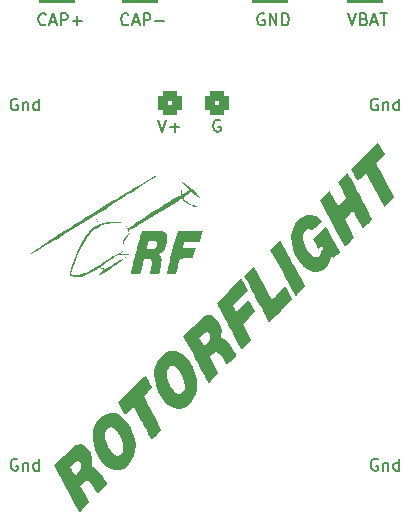
<source format=gbr>
%TF.GenerationSoftware,KiCad,Pcbnew,7.0.6*%
%TF.CreationDate,2023-08-26T05:38:59+03:00*%
%TF.ProjectId,Matek H743-WING PCB,4d617465-6b20-4483-9734-332d57494e47,rev?*%
%TF.SameCoordinates,Original*%
%TF.FileFunction,Legend,Top*%
%TF.FilePolarity,Positive*%
%FSLAX46Y46*%
G04 Gerber Fmt 4.6, Leading zero omitted, Abs format (unit mm)*
G04 Created by KiCad (PCBNEW 7.0.6) date 2023-08-26 05:38:59*
%MOMM*%
%LPD*%
G01*
G04 APERTURE LIST*
G04 Aperture macros list*
%AMRoundRect*
0 Rectangle with rounded corners*
0 $1 Rounding radius*
0 $2 $3 $4 $5 $6 $7 $8 $9 X,Y pos of 4 corners*
0 Add a 4 corners polygon primitive as box body*
4,1,4,$2,$3,$4,$5,$6,$7,$8,$9,$2,$3,0*
0 Add four circle primitives for the rounded corners*
1,1,$1+$1,$2,$3*
1,1,$1+$1,$4,$5*
1,1,$1+$1,$6,$7*
1,1,$1+$1,$8,$9*
0 Add four rect primitives between the rounded corners*
20,1,$1+$1,$2,$3,$4,$5,0*
20,1,$1+$1,$4,$5,$6,$7,0*
20,1,$1+$1,$6,$7,$8,$9,0*
20,1,$1+$1,$8,$9,$2,$3,0*%
G04 Aperture macros list end*
%ADD10C,0.150000*%
%ADD11RoundRect,0.400000X-0.600000X-0.600000X0.600000X-0.600000X0.600000X0.600000X-0.600000X0.600000X0*%
%ADD12RoundRect,1.000000X-1.500000X-1.500000X1.500000X-1.500000X1.500000X1.500000X-1.500000X1.500000X0*%
%ADD13C,5.000000*%
G04 APERTURE END LIST*
D10*
X101261904Y-116502438D02*
X101166666Y-116454819D01*
X101166666Y-116454819D02*
X101023809Y-116454819D01*
X101023809Y-116454819D02*
X100880952Y-116502438D01*
X100880952Y-116502438D02*
X100785714Y-116597676D01*
X100785714Y-116597676D02*
X100738095Y-116692914D01*
X100738095Y-116692914D02*
X100690476Y-116883390D01*
X100690476Y-116883390D02*
X100690476Y-117026247D01*
X100690476Y-117026247D02*
X100738095Y-117216723D01*
X100738095Y-117216723D02*
X100785714Y-117311961D01*
X100785714Y-117311961D02*
X100880952Y-117407200D01*
X100880952Y-117407200D02*
X101023809Y-117454819D01*
X101023809Y-117454819D02*
X101119047Y-117454819D01*
X101119047Y-117454819D02*
X101261904Y-117407200D01*
X101261904Y-117407200D02*
X101309523Y-117359580D01*
X101309523Y-117359580D02*
X101309523Y-117026247D01*
X101309523Y-117026247D02*
X101119047Y-117026247D01*
X96047619Y-116454819D02*
X96380952Y-117454819D01*
X96380952Y-117454819D02*
X96714285Y-116454819D01*
X97047619Y-117073866D02*
X97809524Y-117073866D01*
X97428571Y-117454819D02*
X97428571Y-116692914D01*
X112107143Y-107454819D02*
X112440476Y-108454819D01*
X112440476Y-108454819D02*
X112773809Y-107454819D01*
X113440476Y-107931009D02*
X113583333Y-107978628D01*
X113583333Y-107978628D02*
X113630952Y-108026247D01*
X113630952Y-108026247D02*
X113678571Y-108121485D01*
X113678571Y-108121485D02*
X113678571Y-108264342D01*
X113678571Y-108264342D02*
X113630952Y-108359580D01*
X113630952Y-108359580D02*
X113583333Y-108407200D01*
X113583333Y-108407200D02*
X113488095Y-108454819D01*
X113488095Y-108454819D02*
X113107143Y-108454819D01*
X113107143Y-108454819D02*
X113107143Y-107454819D01*
X113107143Y-107454819D02*
X113440476Y-107454819D01*
X113440476Y-107454819D02*
X113535714Y-107502438D01*
X113535714Y-107502438D02*
X113583333Y-107550057D01*
X113583333Y-107550057D02*
X113630952Y-107645295D01*
X113630952Y-107645295D02*
X113630952Y-107740533D01*
X113630952Y-107740533D02*
X113583333Y-107835771D01*
X113583333Y-107835771D02*
X113535714Y-107883390D01*
X113535714Y-107883390D02*
X113440476Y-107931009D01*
X113440476Y-107931009D02*
X113107143Y-107931009D01*
X114059524Y-108169104D02*
X114535714Y-108169104D01*
X113964286Y-108454819D02*
X114297619Y-107454819D01*
X114297619Y-107454819D02*
X114630952Y-108454819D01*
X114821429Y-107454819D02*
X115392857Y-107454819D01*
X115107143Y-108454819D02*
X115107143Y-107454819D01*
X104988095Y-107502438D02*
X104892857Y-107454819D01*
X104892857Y-107454819D02*
X104750000Y-107454819D01*
X104750000Y-107454819D02*
X104607143Y-107502438D01*
X104607143Y-107502438D02*
X104511905Y-107597676D01*
X104511905Y-107597676D02*
X104464286Y-107692914D01*
X104464286Y-107692914D02*
X104416667Y-107883390D01*
X104416667Y-107883390D02*
X104416667Y-108026247D01*
X104416667Y-108026247D02*
X104464286Y-108216723D01*
X104464286Y-108216723D02*
X104511905Y-108311961D01*
X104511905Y-108311961D02*
X104607143Y-108407200D01*
X104607143Y-108407200D02*
X104750000Y-108454819D01*
X104750000Y-108454819D02*
X104845238Y-108454819D01*
X104845238Y-108454819D02*
X104988095Y-108407200D01*
X104988095Y-108407200D02*
X105035714Y-108359580D01*
X105035714Y-108359580D02*
X105035714Y-108026247D01*
X105035714Y-108026247D02*
X104845238Y-108026247D01*
X105464286Y-108454819D02*
X105464286Y-107454819D01*
X105464286Y-107454819D02*
X106035714Y-108454819D01*
X106035714Y-108454819D02*
X106035714Y-107454819D01*
X106511905Y-108454819D02*
X106511905Y-107454819D01*
X106511905Y-107454819D02*
X106750000Y-107454819D01*
X106750000Y-107454819D02*
X106892857Y-107502438D01*
X106892857Y-107502438D02*
X106988095Y-107597676D01*
X106988095Y-107597676D02*
X107035714Y-107692914D01*
X107035714Y-107692914D02*
X107083333Y-107883390D01*
X107083333Y-107883390D02*
X107083333Y-108026247D01*
X107083333Y-108026247D02*
X107035714Y-108216723D01*
X107035714Y-108216723D02*
X106988095Y-108311961D01*
X106988095Y-108311961D02*
X106892857Y-108407200D01*
X106892857Y-108407200D02*
X106750000Y-108454819D01*
X106750000Y-108454819D02*
X106511905Y-108454819D01*
X93511904Y-108359580D02*
X93464285Y-108407200D01*
X93464285Y-108407200D02*
X93321428Y-108454819D01*
X93321428Y-108454819D02*
X93226190Y-108454819D01*
X93226190Y-108454819D02*
X93083333Y-108407200D01*
X93083333Y-108407200D02*
X92988095Y-108311961D01*
X92988095Y-108311961D02*
X92940476Y-108216723D01*
X92940476Y-108216723D02*
X92892857Y-108026247D01*
X92892857Y-108026247D02*
X92892857Y-107883390D01*
X92892857Y-107883390D02*
X92940476Y-107692914D01*
X92940476Y-107692914D02*
X92988095Y-107597676D01*
X92988095Y-107597676D02*
X93083333Y-107502438D01*
X93083333Y-107502438D02*
X93226190Y-107454819D01*
X93226190Y-107454819D02*
X93321428Y-107454819D01*
X93321428Y-107454819D02*
X93464285Y-107502438D01*
X93464285Y-107502438D02*
X93511904Y-107550057D01*
X93892857Y-108169104D02*
X94369047Y-108169104D01*
X93797619Y-108454819D02*
X94130952Y-107454819D01*
X94130952Y-107454819D02*
X94464285Y-108454819D01*
X94797619Y-108454819D02*
X94797619Y-107454819D01*
X94797619Y-107454819D02*
X95178571Y-107454819D01*
X95178571Y-107454819D02*
X95273809Y-107502438D01*
X95273809Y-107502438D02*
X95321428Y-107550057D01*
X95321428Y-107550057D02*
X95369047Y-107645295D01*
X95369047Y-107645295D02*
X95369047Y-107788152D01*
X95369047Y-107788152D02*
X95321428Y-107883390D01*
X95321428Y-107883390D02*
X95273809Y-107931009D01*
X95273809Y-107931009D02*
X95178571Y-107978628D01*
X95178571Y-107978628D02*
X94797619Y-107978628D01*
X95797619Y-108073866D02*
X96559524Y-108073866D01*
X86511904Y-108359580D02*
X86464285Y-108407200D01*
X86464285Y-108407200D02*
X86321428Y-108454819D01*
X86321428Y-108454819D02*
X86226190Y-108454819D01*
X86226190Y-108454819D02*
X86083333Y-108407200D01*
X86083333Y-108407200D02*
X85988095Y-108311961D01*
X85988095Y-108311961D02*
X85940476Y-108216723D01*
X85940476Y-108216723D02*
X85892857Y-108026247D01*
X85892857Y-108026247D02*
X85892857Y-107883390D01*
X85892857Y-107883390D02*
X85940476Y-107692914D01*
X85940476Y-107692914D02*
X85988095Y-107597676D01*
X85988095Y-107597676D02*
X86083333Y-107502438D01*
X86083333Y-107502438D02*
X86226190Y-107454819D01*
X86226190Y-107454819D02*
X86321428Y-107454819D01*
X86321428Y-107454819D02*
X86464285Y-107502438D01*
X86464285Y-107502438D02*
X86511904Y-107550057D01*
X86892857Y-108169104D02*
X87369047Y-108169104D01*
X86797619Y-108454819D02*
X87130952Y-107454819D01*
X87130952Y-107454819D02*
X87464285Y-108454819D01*
X87797619Y-108454819D02*
X87797619Y-107454819D01*
X87797619Y-107454819D02*
X88178571Y-107454819D01*
X88178571Y-107454819D02*
X88273809Y-107502438D01*
X88273809Y-107502438D02*
X88321428Y-107550057D01*
X88321428Y-107550057D02*
X88369047Y-107645295D01*
X88369047Y-107645295D02*
X88369047Y-107788152D01*
X88369047Y-107788152D02*
X88321428Y-107883390D01*
X88321428Y-107883390D02*
X88273809Y-107931009D01*
X88273809Y-107931009D02*
X88178571Y-107978628D01*
X88178571Y-107978628D02*
X87797619Y-107978628D01*
X88797619Y-108073866D02*
X89559524Y-108073866D01*
X89178571Y-108454819D02*
X89178571Y-107692914D01*
X84107142Y-145202438D02*
X84011904Y-145154819D01*
X84011904Y-145154819D02*
X83869047Y-145154819D01*
X83869047Y-145154819D02*
X83726190Y-145202438D01*
X83726190Y-145202438D02*
X83630952Y-145297676D01*
X83630952Y-145297676D02*
X83583333Y-145392914D01*
X83583333Y-145392914D02*
X83535714Y-145583390D01*
X83535714Y-145583390D02*
X83535714Y-145726247D01*
X83535714Y-145726247D02*
X83583333Y-145916723D01*
X83583333Y-145916723D02*
X83630952Y-146011961D01*
X83630952Y-146011961D02*
X83726190Y-146107200D01*
X83726190Y-146107200D02*
X83869047Y-146154819D01*
X83869047Y-146154819D02*
X83964285Y-146154819D01*
X83964285Y-146154819D02*
X84107142Y-146107200D01*
X84107142Y-146107200D02*
X84154761Y-146059580D01*
X84154761Y-146059580D02*
X84154761Y-145726247D01*
X84154761Y-145726247D02*
X83964285Y-145726247D01*
X84583333Y-145488152D02*
X84583333Y-146154819D01*
X84583333Y-145583390D02*
X84630952Y-145535771D01*
X84630952Y-145535771D02*
X84726190Y-145488152D01*
X84726190Y-145488152D02*
X84869047Y-145488152D01*
X84869047Y-145488152D02*
X84964285Y-145535771D01*
X84964285Y-145535771D02*
X85011904Y-145631009D01*
X85011904Y-145631009D02*
X85011904Y-146154819D01*
X85916666Y-146154819D02*
X85916666Y-145154819D01*
X85916666Y-146107200D02*
X85821428Y-146154819D01*
X85821428Y-146154819D02*
X85630952Y-146154819D01*
X85630952Y-146154819D02*
X85535714Y-146107200D01*
X85535714Y-146107200D02*
X85488095Y-146059580D01*
X85488095Y-146059580D02*
X85440476Y-145964342D01*
X85440476Y-145964342D02*
X85440476Y-145678628D01*
X85440476Y-145678628D02*
X85488095Y-145583390D01*
X85488095Y-145583390D02*
X85535714Y-145535771D01*
X85535714Y-145535771D02*
X85630952Y-145488152D01*
X85630952Y-145488152D02*
X85821428Y-145488152D01*
X85821428Y-145488152D02*
X85916666Y-145535771D01*
X114607142Y-114702438D02*
X114511904Y-114654819D01*
X114511904Y-114654819D02*
X114369047Y-114654819D01*
X114369047Y-114654819D02*
X114226190Y-114702438D01*
X114226190Y-114702438D02*
X114130952Y-114797676D01*
X114130952Y-114797676D02*
X114083333Y-114892914D01*
X114083333Y-114892914D02*
X114035714Y-115083390D01*
X114035714Y-115083390D02*
X114035714Y-115226247D01*
X114035714Y-115226247D02*
X114083333Y-115416723D01*
X114083333Y-115416723D02*
X114130952Y-115511961D01*
X114130952Y-115511961D02*
X114226190Y-115607200D01*
X114226190Y-115607200D02*
X114369047Y-115654819D01*
X114369047Y-115654819D02*
X114464285Y-115654819D01*
X114464285Y-115654819D02*
X114607142Y-115607200D01*
X114607142Y-115607200D02*
X114654761Y-115559580D01*
X114654761Y-115559580D02*
X114654761Y-115226247D01*
X114654761Y-115226247D02*
X114464285Y-115226247D01*
X115083333Y-114988152D02*
X115083333Y-115654819D01*
X115083333Y-115083390D02*
X115130952Y-115035771D01*
X115130952Y-115035771D02*
X115226190Y-114988152D01*
X115226190Y-114988152D02*
X115369047Y-114988152D01*
X115369047Y-114988152D02*
X115464285Y-115035771D01*
X115464285Y-115035771D02*
X115511904Y-115131009D01*
X115511904Y-115131009D02*
X115511904Y-115654819D01*
X116416666Y-115654819D02*
X116416666Y-114654819D01*
X116416666Y-115607200D02*
X116321428Y-115654819D01*
X116321428Y-115654819D02*
X116130952Y-115654819D01*
X116130952Y-115654819D02*
X116035714Y-115607200D01*
X116035714Y-115607200D02*
X115988095Y-115559580D01*
X115988095Y-115559580D02*
X115940476Y-115464342D01*
X115940476Y-115464342D02*
X115940476Y-115178628D01*
X115940476Y-115178628D02*
X115988095Y-115083390D01*
X115988095Y-115083390D02*
X116035714Y-115035771D01*
X116035714Y-115035771D02*
X116130952Y-114988152D01*
X116130952Y-114988152D02*
X116321428Y-114988152D01*
X116321428Y-114988152D02*
X116416666Y-115035771D01*
X114607142Y-145202438D02*
X114511904Y-145154819D01*
X114511904Y-145154819D02*
X114369047Y-145154819D01*
X114369047Y-145154819D02*
X114226190Y-145202438D01*
X114226190Y-145202438D02*
X114130952Y-145297676D01*
X114130952Y-145297676D02*
X114083333Y-145392914D01*
X114083333Y-145392914D02*
X114035714Y-145583390D01*
X114035714Y-145583390D02*
X114035714Y-145726247D01*
X114035714Y-145726247D02*
X114083333Y-145916723D01*
X114083333Y-145916723D02*
X114130952Y-146011961D01*
X114130952Y-146011961D02*
X114226190Y-146107200D01*
X114226190Y-146107200D02*
X114369047Y-146154819D01*
X114369047Y-146154819D02*
X114464285Y-146154819D01*
X114464285Y-146154819D02*
X114607142Y-146107200D01*
X114607142Y-146107200D02*
X114654761Y-146059580D01*
X114654761Y-146059580D02*
X114654761Y-145726247D01*
X114654761Y-145726247D02*
X114464285Y-145726247D01*
X115083333Y-145488152D02*
X115083333Y-146154819D01*
X115083333Y-145583390D02*
X115130952Y-145535771D01*
X115130952Y-145535771D02*
X115226190Y-145488152D01*
X115226190Y-145488152D02*
X115369047Y-145488152D01*
X115369047Y-145488152D02*
X115464285Y-145535771D01*
X115464285Y-145535771D02*
X115511904Y-145631009D01*
X115511904Y-145631009D02*
X115511904Y-146154819D01*
X116416666Y-146154819D02*
X116416666Y-145154819D01*
X116416666Y-146107200D02*
X116321428Y-146154819D01*
X116321428Y-146154819D02*
X116130952Y-146154819D01*
X116130952Y-146154819D02*
X116035714Y-146107200D01*
X116035714Y-146107200D02*
X115988095Y-146059580D01*
X115988095Y-146059580D02*
X115940476Y-145964342D01*
X115940476Y-145964342D02*
X115940476Y-145678628D01*
X115940476Y-145678628D02*
X115988095Y-145583390D01*
X115988095Y-145583390D02*
X116035714Y-145535771D01*
X116035714Y-145535771D02*
X116130952Y-145488152D01*
X116130952Y-145488152D02*
X116321428Y-145488152D01*
X116321428Y-145488152D02*
X116416666Y-145535771D01*
X84107142Y-114702438D02*
X84011904Y-114654819D01*
X84011904Y-114654819D02*
X83869047Y-114654819D01*
X83869047Y-114654819D02*
X83726190Y-114702438D01*
X83726190Y-114702438D02*
X83630952Y-114797676D01*
X83630952Y-114797676D02*
X83583333Y-114892914D01*
X83583333Y-114892914D02*
X83535714Y-115083390D01*
X83535714Y-115083390D02*
X83535714Y-115226247D01*
X83535714Y-115226247D02*
X83583333Y-115416723D01*
X83583333Y-115416723D02*
X83630952Y-115511961D01*
X83630952Y-115511961D02*
X83726190Y-115607200D01*
X83726190Y-115607200D02*
X83869047Y-115654819D01*
X83869047Y-115654819D02*
X83964285Y-115654819D01*
X83964285Y-115654819D02*
X84107142Y-115607200D01*
X84107142Y-115607200D02*
X84154761Y-115559580D01*
X84154761Y-115559580D02*
X84154761Y-115226247D01*
X84154761Y-115226247D02*
X83964285Y-115226247D01*
X84583333Y-114988152D02*
X84583333Y-115654819D01*
X84583333Y-115083390D02*
X84630952Y-115035771D01*
X84630952Y-115035771D02*
X84726190Y-114988152D01*
X84726190Y-114988152D02*
X84869047Y-114988152D01*
X84869047Y-114988152D02*
X84964285Y-115035771D01*
X84964285Y-115035771D02*
X85011904Y-115131009D01*
X85011904Y-115131009D02*
X85011904Y-115654819D01*
X85916666Y-115654819D02*
X85916666Y-114654819D01*
X85916666Y-115607200D02*
X85821428Y-115654819D01*
X85821428Y-115654819D02*
X85630952Y-115654819D01*
X85630952Y-115654819D02*
X85535714Y-115607200D01*
X85535714Y-115607200D02*
X85488095Y-115559580D01*
X85488095Y-115559580D02*
X85440476Y-115464342D01*
X85440476Y-115464342D02*
X85440476Y-115178628D01*
X85440476Y-115178628D02*
X85488095Y-115083390D01*
X85488095Y-115083390D02*
X85535714Y-115035771D01*
X85535714Y-115035771D02*
X85630952Y-114988152D01*
X85630952Y-114988152D02*
X85821428Y-114988152D01*
X85821428Y-114988152D02*
X85916666Y-115035771D01*
%TO.C,G\u002A\u002A\u002A*%
G36*
X106441819Y-126803638D02*
G01*
X106496744Y-126904555D01*
X106602948Y-127102195D01*
X106752320Y-127381380D01*
X106936758Y-127726929D01*
X107148154Y-128123663D01*
X107378401Y-128556404D01*
X107494293Y-128774443D01*
X108442289Y-130558594D01*
X108070643Y-130956014D01*
X107896820Y-131133821D01*
X107752650Y-131266450D01*
X107661127Y-131333324D01*
X107644716Y-131337152D01*
X107603191Y-131279376D01*
X107509610Y-131122492D01*
X107371152Y-130879377D01*
X107194995Y-130562905D01*
X106988316Y-130185954D01*
X106758293Y-129761398D01*
X106553780Y-129380201D01*
X105517127Y-127439533D01*
X105927234Y-127028259D01*
X106337342Y-126616985D01*
X106441819Y-126803638D01*
G37*
G36*
X103336450Y-130401689D02*
G01*
X103607742Y-130914211D01*
X102987877Y-131578864D01*
X102368012Y-132243518D01*
X102502257Y-132489983D01*
X102636500Y-132736449D01*
X103146852Y-132226097D01*
X103385065Y-131995635D01*
X103563997Y-131838899D01*
X103674033Y-131763925D01*
X103702937Y-131761479D01*
X103753367Y-131835809D01*
X103845402Y-131991112D01*
X103960936Y-132196633D01*
X103985095Y-132240740D01*
X104221519Y-132674267D01*
X103696657Y-133199128D01*
X103171795Y-133723990D01*
X103526473Y-134421862D01*
X103881151Y-135119733D01*
X103502185Y-135524580D01*
X103290363Y-135739823D01*
X103147210Y-135860184D01*
X103076441Y-135882559D01*
X103075412Y-135881620D01*
X103037757Y-135819015D01*
X102948995Y-135660215D01*
X102817546Y-135420848D01*
X102651826Y-135116545D01*
X102460254Y-134762938D01*
X102251248Y-134375658D01*
X102033225Y-133970335D01*
X101814606Y-133562600D01*
X101603806Y-133168084D01*
X101409246Y-132802419D01*
X101239342Y-132481234D01*
X101102513Y-132220161D01*
X101076125Y-132169332D01*
X100976792Y-131977535D01*
X102020976Y-130933351D01*
X103065159Y-129889168D01*
X103336450Y-130401689D01*
G37*
G36*
X104176292Y-128946327D02*
G01*
X104264881Y-129105639D01*
X104395549Y-129345215D01*
X104559687Y-129649212D01*
X104748687Y-130001787D01*
X104884292Y-130256078D01*
X105085354Y-130632555D01*
X105267611Y-130971272D01*
X105422389Y-131256320D01*
X105541015Y-131471789D01*
X105614820Y-131601769D01*
X105634815Y-131633048D01*
X105691132Y-131605450D01*
X105817566Y-131502746D01*
X105996009Y-131340744D01*
X106208354Y-131135254D01*
X106232588Y-131111090D01*
X106445421Y-130899936D01*
X106622737Y-130727202D01*
X106747275Y-130609471D01*
X106801771Y-130563330D01*
X106802744Y-130563330D01*
X106834519Y-130620927D01*
X106911398Y-130765654D01*
X107020013Y-130972256D01*
X107089508Y-131105168D01*
X107365985Y-131634898D01*
X106408254Y-132616771D01*
X106049835Y-132980429D01*
X105772996Y-133252662D01*
X105574682Y-133436306D01*
X105451839Y-133534199D01*
X105402625Y-133550745D01*
X105364739Y-133487819D01*
X105275595Y-133328245D01*
X105143387Y-133087244D01*
X104976302Y-132780038D01*
X104782534Y-132421846D01*
X104570272Y-132027891D01*
X104347707Y-131613394D01*
X104123029Y-131193575D01*
X103904429Y-130783657D01*
X103700100Y-130398859D01*
X103518228Y-130054404D01*
X103405701Y-129839756D01*
X103305837Y-129648490D01*
X103705467Y-129248860D01*
X103885583Y-129075709D01*
X104031523Y-128948415D01*
X104121551Y-128885341D01*
X104138387Y-128883124D01*
X104176292Y-128946327D01*
G37*
G36*
X114674836Y-118389931D02*
G01*
X114720513Y-118479719D01*
X114809759Y-118648078D01*
X114925284Y-118862470D01*
X114955123Y-118917385D01*
X115199796Y-119366946D01*
X114828630Y-119738112D01*
X114644628Y-119927489D01*
X114539681Y-120053393D01*
X114499195Y-120137664D01*
X114508575Y-120202144D01*
X114512906Y-120210598D01*
X114594995Y-120362165D01*
X114721057Y-120596814D01*
X114879127Y-120892089D01*
X115057237Y-121225534D01*
X115243418Y-121574694D01*
X115425706Y-121917116D01*
X115592132Y-122230341D01*
X115730729Y-122491916D01*
X115829528Y-122679384D01*
X115867611Y-122752563D01*
X116011854Y-123033819D01*
X115612349Y-123433324D01*
X115432454Y-123606257D01*
X115286926Y-123733144D01*
X115197418Y-123795707D01*
X115180830Y-123797658D01*
X115143529Y-123734232D01*
X115055400Y-123574271D01*
X114924797Y-123333250D01*
X114760071Y-123026644D01*
X114569577Y-122669929D01*
X114403651Y-122357768D01*
X113658485Y-120953046D01*
X113291727Y-121293787D01*
X113075416Y-121482778D01*
X112935596Y-121576149D01*
X112871393Y-121579754D01*
X112818343Y-121500273D01*
X112726327Y-121339347D01*
X112613331Y-121128689D01*
X112589040Y-121081916D01*
X112360263Y-120638854D01*
X113499743Y-119475445D01*
X113859294Y-119110028D01*
X114140494Y-118828542D01*
X114352081Y-118622914D01*
X114502794Y-118485074D01*
X114601369Y-118406950D01*
X114656545Y-118380469D01*
X114674836Y-118389931D01*
G37*
G36*
X94974503Y-138090284D02*
G01*
X95025805Y-138172215D01*
X95116097Y-138336968D01*
X95228607Y-138553619D01*
X95266390Y-138628512D01*
X95505549Y-139105981D01*
X95149924Y-139487596D01*
X94794298Y-139869210D01*
X95049940Y-140348998D01*
X95171201Y-140576352D01*
X95334498Y-140882200D01*
X95522097Y-141233343D01*
X95716263Y-141596578D01*
X95805040Y-141762586D01*
X96304498Y-142696385D01*
X95906705Y-143119934D01*
X95729100Y-143300792D01*
X95583175Y-143434047D01*
X95489975Y-143501224D01*
X95469322Y-143503895D01*
X95429615Y-143439029D01*
X95339360Y-143278123D01*
X95207250Y-143037117D01*
X95041982Y-142731944D01*
X94852251Y-142378544D01*
X94717119Y-142125245D01*
X94516322Y-141749081D01*
X94334648Y-141410929D01*
X94180704Y-141126633D01*
X94063098Y-140912036D01*
X93990437Y-140782980D01*
X93971214Y-140752290D01*
X93914139Y-140777140D01*
X93793676Y-140873820D01*
X93633984Y-141022594D01*
X93604648Y-141051673D01*
X93437286Y-141210644D01*
X93301685Y-141324084D01*
X93223786Y-141370568D01*
X93218693Y-141370444D01*
X93167593Y-141311357D01*
X93075621Y-141165653D01*
X92958998Y-140959805D01*
X92903876Y-140856659D01*
X92641737Y-140357379D01*
X93781757Y-139193453D01*
X94143619Y-138825778D01*
X94427260Y-138542081D01*
X94641449Y-138334248D01*
X94794960Y-138194166D01*
X94896564Y-138113723D01*
X94955034Y-138084805D01*
X94974503Y-138090284D01*
G37*
G36*
X92392925Y-141282066D02*
G01*
X92475809Y-141305824D01*
X92820044Y-141478455D01*
X93149336Y-141757221D01*
X93451100Y-142121598D01*
X93712753Y-142551063D01*
X93921709Y-143025090D01*
X94065388Y-143523153D01*
X94130186Y-144004179D01*
X94101184Y-144476821D01*
X93973409Y-144939161D01*
X93760467Y-145364525D01*
X93475962Y-145726240D01*
X93133500Y-145997633D01*
X93105083Y-146014038D01*
X92771001Y-146132355D01*
X92405808Y-146140513D01*
X92031368Y-146043431D01*
X91669539Y-145846024D01*
X91419300Y-145634797D01*
X91351202Y-145550490D01*
X91153878Y-145306194D01*
X90911450Y-144888702D01*
X90707892Y-144419914D01*
X90559082Y-143937426D01*
X90480893Y-143478829D01*
X90475446Y-143399800D01*
X90484336Y-143216314D01*
X91519301Y-143216314D01*
X91556874Y-143523582D01*
X91659147Y-143852731D01*
X91810463Y-144177027D01*
X91995161Y-144469732D01*
X92197580Y-144704112D01*
X92402058Y-144853430D01*
X92498174Y-144887426D01*
X92638502Y-144895368D01*
X92762790Y-144836957D01*
X92886408Y-144726007D01*
X93009209Y-144583288D01*
X93068875Y-144440081D01*
X93086564Y-144239540D01*
X93086928Y-144187311D01*
X93049807Y-143885377D01*
X92948819Y-143559283D01*
X92799517Y-143235749D01*
X92617459Y-142941499D01*
X92418199Y-142703251D01*
X92217294Y-142547726D01*
X92108360Y-142506408D01*
X91967910Y-142498380D01*
X91843676Y-142556631D01*
X91719821Y-142667764D01*
X91598809Y-142807768D01*
X91538901Y-142947923D01*
X91519989Y-143143234D01*
X91519301Y-143216314D01*
X90484336Y-143216314D01*
X90498328Y-142927530D01*
X90607797Y-142488766D01*
X90791529Y-142096404D01*
X91037206Y-141763344D01*
X91332505Y-141502482D01*
X91665105Y-141326717D01*
X92022685Y-141248945D01*
X92392925Y-141282066D01*
G37*
G36*
X97604724Y-136071224D02*
G01*
X97681646Y-136095178D01*
X98057501Y-136284198D01*
X98401735Y-136577189D01*
X98705486Y-136953498D01*
X98959888Y-137392475D01*
X99156079Y-137873466D01*
X99285194Y-138375820D01*
X99338370Y-138878885D01*
X99306744Y-139362010D01*
X99224843Y-139690733D01*
X99097588Y-139962864D01*
X98909105Y-140248577D01*
X98689152Y-140510459D01*
X98467488Y-140711098D01*
X98357979Y-140780589D01*
X97976702Y-140910557D01*
X97590551Y-140916925D01*
X97209912Y-140801852D01*
X96845174Y-140567500D01*
X96701335Y-140436134D01*
X96530633Y-140230922D01*
X96330606Y-139990459D01*
X96039820Y-139485853D01*
X95835157Y-138945022D01*
X95722793Y-138390669D01*
X95712388Y-137982087D01*
X96738550Y-137982087D01*
X96780570Y-138331423D01*
X96911554Y-138719399D01*
X97129389Y-139131075D01*
X97176772Y-139205188D01*
X97337555Y-139424000D01*
X97487562Y-139561708D01*
X97585143Y-139619491D01*
X97740710Y-139683931D01*
X97861885Y-139681759D01*
X97991393Y-139602341D01*
X98118669Y-139486674D01*
X98221601Y-139368860D01*
X98274168Y-139239842D01*
X98290507Y-139053504D01*
X98289605Y-138928975D01*
X98246387Y-138619676D01*
X98139981Y-138285120D01*
X97986922Y-137956612D01*
X97803741Y-137665464D01*
X97606969Y-137442981D01*
X97447316Y-137333854D01*
X97270794Y-137277154D01*
X97127544Y-137301754D01*
X96971516Y-137418800D01*
X96929855Y-137459101D01*
X96787608Y-137686333D01*
X96738550Y-137982087D01*
X95712388Y-137982087D01*
X95708909Y-137845500D01*
X95799683Y-137332219D01*
X95830602Y-137236356D01*
X95921112Y-137013717D01*
X96034377Y-136826281D01*
X96200838Y-136628358D01*
X96314131Y-136510575D01*
X96636249Y-136231565D01*
X96945803Y-136069260D01*
X97262169Y-136017775D01*
X97604724Y-136071224D01*
G37*
G36*
X109360699Y-124590632D02*
G01*
X109694339Y-124819355D01*
X109718120Y-124841421D01*
X109882918Y-124997349D01*
X109484780Y-125421155D01*
X109296377Y-125619462D01*
X109172574Y-125738669D01*
X109092010Y-125792733D01*
X109033330Y-125795613D01*
X108975174Y-125761268D01*
X108970123Y-125757494D01*
X108803992Y-125696770D01*
X108637285Y-125741525D01*
X108487557Y-125871856D01*
X108372363Y-126067866D01*
X108309261Y-126309652D01*
X108306720Y-126509483D01*
X108369113Y-126816043D01*
X108489842Y-127139388D01*
X108652567Y-127453107D01*
X108840944Y-127730788D01*
X109038629Y-127946023D01*
X109229282Y-128072397D01*
X109284353Y-128089393D01*
X109496402Y-128074555D01*
X109690720Y-127957191D01*
X109844720Y-127761367D01*
X109935815Y-127511143D01*
X109950536Y-127379668D01*
X109941909Y-127201798D01*
X109894272Y-127141414D01*
X109797334Y-127192616D01*
X109731351Y-127254014D01*
X109579783Y-127405582D01*
X109354144Y-126981776D01*
X109128505Y-126557970D01*
X109661095Y-126000227D01*
X109867807Y-125788892D01*
X110042645Y-125619809D01*
X110167805Y-125509516D01*
X110225485Y-125474554D01*
X110226345Y-125475145D01*
X110256858Y-125520454D01*
X110321215Y-125631829D01*
X110424150Y-125817954D01*
X110570398Y-126087508D01*
X110764696Y-126449177D01*
X111011777Y-126911643D01*
X111098308Y-127073974D01*
X111401907Y-127643766D01*
X111129497Y-127916176D01*
X110857085Y-128188588D01*
X110742936Y-128017364D01*
X110628787Y-127846140D01*
X110620125Y-128040118D01*
X110547549Y-128418563D01*
X110377434Y-128769488D01*
X110130069Y-129061249D01*
X109841039Y-129255244D01*
X109490949Y-129351378D01*
X109126563Y-129326256D01*
X108758462Y-129182836D01*
X108397229Y-128924081D01*
X108288363Y-128820976D01*
X107919973Y-128383926D01*
X107636216Y-127908465D01*
X107437213Y-127409922D01*
X107323086Y-126903628D01*
X107293957Y-126404914D01*
X107349946Y-125929107D01*
X107491176Y-125491540D01*
X107717767Y-125107542D01*
X108029841Y-124792442D01*
X108255274Y-124644417D01*
X108630986Y-124501792D01*
X109002855Y-124484320D01*
X109360699Y-124590632D01*
G37*
G36*
X89723230Y-144024829D02*
G01*
X89999585Y-144237524D01*
X90080138Y-144325974D01*
X90318884Y-144693676D01*
X90434950Y-145088093D01*
X90426908Y-145504052D01*
X90418463Y-145550505D01*
X90385111Y-145751781D01*
X90389408Y-145856873D01*
X90435050Y-145891643D01*
X90467153Y-145891524D01*
X90648214Y-145932775D01*
X90860047Y-146088943D01*
X91105112Y-146362225D01*
X91315432Y-146650083D01*
X91468926Y-146876738D01*
X91595758Y-147068707D01*
X91678221Y-147198947D01*
X91698558Y-147235142D01*
X91680841Y-147313614D01*
X91577522Y-147453510D01*
X91382457Y-147662864D01*
X91335353Y-147710320D01*
X91137682Y-147907264D01*
X91005184Y-148017098D01*
X90909165Y-148037782D01*
X90820933Y-147967278D01*
X90711793Y-147803552D01*
X90624411Y-147659844D01*
X90417293Y-147345263D01*
X90241540Y-147142925D01*
X90082521Y-147047038D01*
X89925601Y-147051807D01*
X89756144Y-147151439D01*
X89630343Y-147266332D01*
X89437489Y-147460077D01*
X89806416Y-148142809D01*
X90175343Y-148825540D01*
X89768452Y-149258338D01*
X89577513Y-149458626D01*
X89453318Y-149578011D01*
X89377580Y-149629497D01*
X89332016Y-149626092D01*
X89303102Y-149589319D01*
X89260168Y-149510667D01*
X89165076Y-149334044D01*
X89025234Y-149073289D01*
X88848049Y-148742239D01*
X88640929Y-148354729D01*
X88411282Y-147924599D01*
X88239905Y-147603332D01*
X88091579Y-147325179D01*
X87289422Y-145820907D01*
X88566677Y-145820907D01*
X88729835Y-146121902D01*
X88856087Y-146348077D01*
X88947537Y-146469221D01*
X89029834Y-146491632D01*
X89128626Y-146421607D01*
X89269566Y-146265445D01*
X89277432Y-146256353D01*
X89424887Y-146072103D01*
X89498842Y-145931899D01*
X89518556Y-145793504D01*
X89515893Y-145733395D01*
X89462160Y-145514540D01*
X89351853Y-145369527D01*
X89205304Y-145320752D01*
X89149988Y-145330326D01*
X89027553Y-145397955D01*
X88868682Y-145523544D01*
X88791834Y-145595751D01*
X88566677Y-145820907D01*
X87289422Y-145820907D01*
X87235166Y-145719161D01*
X88067216Y-144887250D01*
X88373661Y-144583223D01*
X88607849Y-144357673D01*
X88785098Y-144197533D01*
X88920724Y-144089735D01*
X89030042Y-144021216D01*
X89128368Y-143978908D01*
X89134341Y-143976888D01*
X89434605Y-143937872D01*
X89723230Y-144024829D01*
G37*
G36*
X112099394Y-121013616D02*
G01*
X112189262Y-121174984D01*
X112320890Y-121416591D01*
X112485792Y-121722435D01*
X112675484Y-122076512D01*
X112881477Y-122462820D01*
X113095287Y-122865355D01*
X113308428Y-123268115D01*
X113512414Y-123655094D01*
X113698759Y-124010293D01*
X113858976Y-124317706D01*
X113984580Y-124561332D01*
X114067084Y-124725165D01*
X114097539Y-124791371D01*
X114101785Y-124865823D01*
X114058493Y-124956798D01*
X113952368Y-125086602D01*
X113768117Y-125277542D01*
X113755617Y-125290056D01*
X113550124Y-125486794D01*
X113414248Y-125594462D01*
X113336681Y-125621458D01*
X113320754Y-125612946D01*
X113270705Y-125536891D01*
X113176963Y-125372927D01*
X113053420Y-125145984D01*
X112928107Y-124908254D01*
X112789438Y-124645621D01*
X112667877Y-124423215D01*
X112577385Y-124266083D01*
X112534060Y-124201196D01*
X112480208Y-124194866D01*
X112383980Y-124260585D01*
X112230601Y-124409732D01*
X112144290Y-124501386D01*
X111811652Y-124860187D01*
X112191720Y-125567577D01*
X112337688Y-125842662D01*
X112460856Y-126081206D01*
X112548985Y-126259045D01*
X112589836Y-126352016D01*
X112590784Y-126355430D01*
X112559991Y-126437931D01*
X112460820Y-126570858D01*
X112317907Y-126729858D01*
X112155889Y-126890577D01*
X111999403Y-127028668D01*
X111873086Y-127119776D01*
X111801573Y-127139550D01*
X111799340Y-127137717D01*
X111753892Y-127066308D01*
X111655311Y-126893028D01*
X111509192Y-126628252D01*
X111321132Y-126282356D01*
X111096727Y-125865717D01*
X110841573Y-125388711D01*
X110561266Y-124861712D01*
X110261404Y-124295097D01*
X110056229Y-123905857D01*
X109708738Y-123245589D01*
X110109353Y-122844974D01*
X110289633Y-122671640D01*
X110435685Y-122544190D01*
X110525833Y-122480938D01*
X110542819Y-122478691D01*
X110583626Y-122545610D01*
X110669329Y-122701026D01*
X110786828Y-122920807D01*
X110905188Y-123146477D01*
X111234706Y-123779930D01*
X111590372Y-123424263D01*
X111790448Y-123211769D01*
X111894422Y-123069418D01*
X111908837Y-122993826D01*
X111865020Y-122909519D01*
X111775747Y-122740251D01*
X111655189Y-122512832D01*
X111552594Y-122319914D01*
X111233553Y-121720774D01*
X111633179Y-121321148D01*
X111812657Y-121147263D01*
X111956850Y-121018043D01*
X112044332Y-120952206D01*
X112059773Y-120948492D01*
X112099394Y-121013616D01*
G37*
G36*
X100448756Y-133016086D02*
G01*
X100484517Y-133024285D01*
X100760790Y-133152013D01*
X101002936Y-133375825D01*
X101197894Y-133666888D01*
X101332599Y-133996369D01*
X101393990Y-134335432D01*
X101369007Y-134655245D01*
X101303698Y-134832593D01*
X101268297Y-134924271D01*
X101318047Y-134956749D01*
X101396449Y-134963026D01*
X101613614Y-135033046D01*
X101853449Y-135223462D01*
X102117529Y-135535680D01*
X102250597Y-135725087D01*
X102396182Y-135944470D01*
X102518499Y-136132339D01*
X102597085Y-136257144D01*
X102609885Y-136279025D01*
X102625097Y-136339804D01*
X102595107Y-136416830D01*
X102505609Y-136530921D01*
X102342300Y-136702897D01*
X102265717Y-136779956D01*
X102085554Y-136953162D01*
X101939621Y-137080472D01*
X101849611Y-137143556D01*
X101832739Y-137145749D01*
X101784568Y-137077211D01*
X101692503Y-136933614D01*
X101595999Y-136777833D01*
X101392409Y-136477298D01*
X101198451Y-136252012D01*
X101028198Y-136116229D01*
X100909029Y-136082111D01*
X100797815Y-136134710D01*
X100653473Y-136255896D01*
X100591771Y-136321217D01*
X100391088Y-136549487D01*
X100745781Y-137224948D01*
X101100475Y-137900408D01*
X100697352Y-138329383D01*
X100501533Y-138532759D01*
X100372453Y-138652183D01*
X100294450Y-138699929D01*
X100251862Y-138688266D01*
X100247415Y-138681915D01*
X100207445Y-138609580D01*
X100115220Y-138438908D01*
X99977974Y-138183405D01*
X99802944Y-137856578D01*
X99597364Y-137471934D01*
X99368472Y-137042980D01*
X99183782Y-136696417D01*
X99025963Y-136400116D01*
X98221328Y-134889430D01*
X99498154Y-134889430D01*
X99669830Y-135201830D01*
X99794846Y-135424010D01*
X99883909Y-135542171D01*
X99963482Y-135562526D01*
X100060033Y-135491295D01*
X100200031Y-135334690D01*
X100206023Y-135327761D01*
X100353478Y-135143512D01*
X100427433Y-135003308D01*
X100447148Y-134864913D01*
X100444483Y-134804804D01*
X100390752Y-134585949D01*
X100280444Y-134440936D01*
X100133894Y-134392161D01*
X100078579Y-134401735D01*
X99955903Y-134469442D01*
X99797142Y-134594956D01*
X99721867Y-134665717D01*
X99498154Y-134889430D01*
X98221328Y-134889430D01*
X98166964Y-134787363D01*
X98987582Y-133966745D01*
X99331306Y-133627790D01*
X99604613Y-133372555D01*
X99822757Y-133191440D01*
X100000989Y-133074837D01*
X100154565Y-133013147D01*
X100298736Y-132996764D01*
X100448756Y-133016086D01*
G37*
G36*
X93310638Y-125304846D02*
G01*
X93295626Y-125319858D01*
X93280614Y-125304846D01*
X93295626Y-125289834D01*
X93310638Y-125304846D01*
G37*
G36*
X93490780Y-127976950D02*
G01*
X93475768Y-127991962D01*
X93460756Y-127976950D01*
X93475768Y-127961938D01*
X93490780Y-127976950D01*
G37*
G36*
X93640898Y-127856856D02*
G01*
X93625886Y-127871868D01*
X93610874Y-127856856D01*
X93625886Y-127841844D01*
X93640898Y-127856856D01*
G37*
G36*
X98114420Y-122122340D02*
G01*
X98099409Y-122137352D01*
X98084397Y-122122340D01*
X98099409Y-122107329D01*
X98114420Y-122122340D01*
G37*
G36*
X90792810Y-124769377D02*
G01*
X90824852Y-124824170D01*
X90862005Y-124903208D01*
X90897257Y-124990153D01*
X90923599Y-125068670D01*
X90934019Y-125122421D01*
X90933466Y-125129365D01*
X90921190Y-125154883D01*
X90898592Y-125129267D01*
X90886439Y-125106846D01*
X90848664Y-125023687D01*
X90813015Y-124928984D01*
X90785266Y-124840616D01*
X90771189Y-124776460D01*
X90772888Y-124755166D01*
X90792810Y-124769377D01*
G37*
G36*
X93090173Y-127795197D02*
G01*
X93217445Y-127802365D01*
X93344812Y-127813126D01*
X93456800Y-127826197D01*
X93537936Y-127840295D01*
X93571600Y-127852609D01*
X93554374Y-127864064D01*
X93490020Y-127876480D01*
X93391424Y-127888835D01*
X93271475Y-127900105D01*
X93143058Y-127909266D01*
X93019059Y-127915296D01*
X92912367Y-127917170D01*
X92835867Y-127913866D01*
X92822754Y-127912074D01*
X92753678Y-127889450D01*
X92738725Y-127859455D01*
X92773616Y-127828663D01*
X92854070Y-127803653D01*
X92897813Y-127796769D01*
X92978471Y-127792905D01*
X93090173Y-127795197D01*
G37*
G36*
X99017331Y-125830411D02*
G01*
X99243891Y-125831053D01*
X99421794Y-125832472D01*
X99556735Y-125834954D01*
X99654410Y-125838784D01*
X99720513Y-125844247D01*
X99760739Y-125851629D01*
X99780784Y-125861215D01*
X99786343Y-125873290D01*
X99784831Y-125882801D01*
X99770771Y-125934446D01*
X99744567Y-126032723D01*
X99709246Y-126166170D01*
X99667837Y-126323319D01*
X99623369Y-126492708D01*
X99586564Y-126633392D01*
X99553241Y-126760993D01*
X98896008Y-126760993D01*
X98238776Y-126760993D01*
X98188546Y-126933629D01*
X98157778Y-127046751D01*
X98132550Y-127152412D01*
X98122440Y-127203842D01*
X98106564Y-127301418D01*
X98647362Y-127301418D01*
X99188160Y-127301418D01*
X99077273Y-127744267D01*
X98966385Y-128187116D01*
X98411864Y-128195260D01*
X97857344Y-128203404D01*
X97712969Y-128780721D01*
X97667033Y-128962546D01*
X97624388Y-129127882D01*
X97587735Y-129266536D01*
X97559769Y-129368318D01*
X97543191Y-129423036D01*
X97542238Y-129425591D01*
X97528855Y-129453039D01*
X97507116Y-129471827D01*
X97466806Y-129483592D01*
X97397708Y-129489974D01*
X97289607Y-129492612D01*
X97132286Y-129493143D01*
X97121106Y-129493144D01*
X96961042Y-129492871D01*
X96851903Y-129490961D01*
X96784567Y-129485779D01*
X96749913Y-129475688D01*
X96738818Y-129459052D01*
X96742162Y-129434236D01*
X96744444Y-129425591D01*
X96756275Y-129380276D01*
X96781026Y-129284589D01*
X96816690Y-129146320D01*
X96861260Y-128973260D01*
X96912729Y-128773198D01*
X96969089Y-128553925D01*
X96990047Y-128472340D01*
X97062932Y-128188914D01*
X97145476Y-127868503D01*
X97232411Y-127531521D01*
X97318468Y-127198381D01*
X97398378Y-126889494D01*
X97445292Y-126708451D01*
X97673049Y-125830260D01*
X98736420Y-125830260D01*
X99017331Y-125830411D01*
G37*
G36*
X95852245Y-121186209D02*
G01*
X95834906Y-121209422D01*
X95769608Y-121262514D01*
X95659323Y-121343551D01*
X95507019Y-121450599D01*
X95315667Y-121581724D01*
X95088237Y-121734994D01*
X94827699Y-121908474D01*
X94537023Y-122100232D01*
X94219179Y-122308333D01*
X93877137Y-122530844D01*
X93513867Y-122765833D01*
X93132340Y-123011364D01*
X92735524Y-123265506D01*
X92326391Y-123526323D01*
X91907910Y-123791884D01*
X91483051Y-124060253D01*
X91054785Y-124329499D01*
X90626081Y-124597686D01*
X90299170Y-124801247D01*
X89881526Y-125060058D01*
X89465409Y-125316583D01*
X89053574Y-125569195D01*
X88648776Y-125816271D01*
X88253770Y-126056184D01*
X87871310Y-126287312D01*
X87504152Y-126508027D01*
X87155050Y-126716706D01*
X86826759Y-126911724D01*
X86522035Y-127091455D01*
X86243632Y-127254275D01*
X85994305Y-127398559D01*
X85776809Y-127522682D01*
X85593899Y-127625019D01*
X85448329Y-127703945D01*
X85342855Y-127757835D01*
X85280232Y-127785065D01*
X85263214Y-127784009D01*
X85294326Y-127753232D01*
X85395144Y-127675439D01*
X85544020Y-127568235D01*
X85737839Y-127433626D01*
X85973485Y-127273619D01*
X86247844Y-127090221D01*
X86557800Y-126885439D01*
X86900240Y-126661278D01*
X87272048Y-126419746D01*
X87670109Y-126162849D01*
X88091308Y-125892594D01*
X88532532Y-125610988D01*
X88990664Y-125320037D01*
X89462589Y-125021748D01*
X89945194Y-124718127D01*
X90435363Y-124411182D01*
X90929982Y-124102918D01*
X91425934Y-123795343D01*
X91719385Y-123614100D01*
X92115521Y-123370567D01*
X92508899Y-123130155D01*
X92896165Y-122894836D01*
X93273962Y-122666582D01*
X93638935Y-122447363D01*
X93987728Y-122239151D01*
X94316985Y-122043917D01*
X94623350Y-121863633D01*
X94903469Y-121700270D01*
X95153983Y-121555800D01*
X95371539Y-121432194D01*
X95552781Y-121331423D01*
X95694352Y-121255459D01*
X95792896Y-121206272D01*
X95845059Y-121185836D01*
X95852245Y-121186209D01*
G37*
G36*
X95751393Y-125831683D02*
G01*
X95994128Y-125835927D01*
X96180005Y-125842952D01*
X96307970Y-125852718D01*
X96376075Y-125864876D01*
X96544834Y-125951010D01*
X96672414Y-126080236D01*
X96757991Y-126251186D01*
X96800744Y-126462487D01*
X96805810Y-126580851D01*
X96781995Y-126883116D01*
X96712377Y-127149579D01*
X96597744Y-127378586D01*
X96438884Y-127568482D01*
X96275396Y-127694339D01*
X96191599Y-127746946D01*
X96131020Y-127785040D01*
X96108680Y-127799161D01*
X96120777Y-127822414D01*
X96162265Y-127872588D01*
X96175947Y-127887614D01*
X96235753Y-127965096D01*
X96277543Y-128053891D01*
X96301652Y-128161638D01*
X96308413Y-128295976D01*
X96298159Y-128464545D01*
X96271225Y-128674982D01*
X96227944Y-128934927D01*
X96222931Y-128962824D01*
X96193177Y-129128450D01*
X96167568Y-129272706D01*
X96147861Y-129385555D01*
X96135813Y-129456961D01*
X96132860Y-129477322D01*
X96104656Y-129483092D01*
X96027320Y-129487920D01*
X95911762Y-129491382D01*
X95768896Y-129493054D01*
X95725518Y-129493144D01*
X95562120Y-129492568D01*
X95449893Y-129490044D01*
X95379965Y-129484384D01*
X95343465Y-129474395D01*
X95331520Y-129458887D01*
X95334009Y-129440603D01*
X95344878Y-129393230D01*
X95363947Y-129298886D01*
X95388848Y-129169709D01*
X95417212Y-129017837D01*
X95428092Y-128958421D01*
X95462789Y-128754222D01*
X95482264Y-128598509D01*
X95486176Y-128481596D01*
X95474183Y-128393792D01*
X95445944Y-128325411D01*
X95403818Y-128269681D01*
X95365974Y-128235867D01*
X95318762Y-128215576D01*
X95246819Y-128205480D01*
X95134781Y-128202253D01*
X95091811Y-128202128D01*
X94977786Y-128203981D01*
X94891032Y-128208918D01*
X94845477Y-128216008D01*
X94841844Y-128218849D01*
X94834513Y-128251905D01*
X94814165Y-128333370D01*
X94783266Y-128453636D01*
X94744282Y-128603093D01*
X94705077Y-128751769D01*
X94658451Y-128927813D01*
X94615126Y-129091517D01*
X94578298Y-129230790D01*
X94551166Y-129333541D01*
X94538790Y-129380556D01*
X94509269Y-129493144D01*
X94105107Y-129493144D01*
X93957176Y-129491923D01*
X93833543Y-129488577D01*
X93745162Y-129483579D01*
X93702990Y-129477404D01*
X93700945Y-129475643D01*
X93708394Y-129444267D01*
X93729862Y-129359884D01*
X93764031Y-129227544D01*
X93809583Y-129052297D01*
X93865201Y-128839191D01*
X93929566Y-128593276D01*
X94001361Y-128319601D01*
X94079267Y-128023216D01*
X94161967Y-127709169D01*
X94166312Y-127692685D01*
X94249370Y-127376810D01*
X94256630Y-127349058D01*
X95086957Y-127349058D01*
X95102015Y-127393677D01*
X95142875Y-127414568D01*
X95212488Y-127420395D01*
X95313803Y-127419825D01*
X95314716Y-127419818D01*
X95443142Y-127414285D01*
X95562090Y-127401320D01*
X95647150Y-127383645D01*
X95651243Y-127382289D01*
X95754603Y-127321142D01*
X95841083Y-127223391D01*
X95904787Y-127103862D01*
X95939818Y-126977384D01*
X95940277Y-126858783D01*
X95900269Y-126762886D01*
X95898485Y-126760642D01*
X95866845Y-126726264D01*
X95830230Y-126704437D01*
X95775143Y-126692330D01*
X95688088Y-126687107D01*
X95555569Y-126685937D01*
X95542607Y-126685934D01*
X95247163Y-126685934D01*
X95167103Y-126986170D01*
X95122451Y-127153970D01*
X95094752Y-127272044D01*
X95086957Y-127349058D01*
X94256630Y-127349058D01*
X94327682Y-127077473D01*
X94399923Y-126799840D01*
X94464768Y-126549076D01*
X94520892Y-126330348D01*
X94566969Y-126148819D01*
X94601674Y-126009656D01*
X94623682Y-125918023D01*
X94631669Y-125879086D01*
X94631678Y-125878744D01*
X94636693Y-125864287D01*
X94656051Y-125852993D01*
X94696224Y-125844480D01*
X94763682Y-125838366D01*
X94864896Y-125834270D01*
X95006337Y-125831808D01*
X95194475Y-125830599D01*
X95435782Y-125830261D01*
X95452848Y-125830260D01*
X95751393Y-125831683D01*
G37*
G36*
X98102038Y-121729872D02*
G01*
X98178601Y-121767179D01*
X98286084Y-121835490D01*
X98417689Y-121930158D01*
X98566619Y-122046534D01*
X98726076Y-122179971D01*
X98734519Y-122187281D01*
X98821528Y-122261408D01*
X98890125Y-122317355D01*
X98928736Y-122345764D01*
X98932747Y-122347518D01*
X98958756Y-122367856D01*
X99017471Y-122423032D01*
X99100308Y-122504290D01*
X99198680Y-122602872D01*
X99304001Y-122710020D01*
X99407685Y-122816978D01*
X99501146Y-122914989D01*
X99575799Y-122995294D01*
X99623058Y-123049138D01*
X99631866Y-123060579D01*
X99657524Y-123108923D01*
X99652306Y-123128132D01*
X99611068Y-123110292D01*
X99532567Y-123061196D01*
X99426121Y-122987477D01*
X99301050Y-122895770D01*
X99166672Y-122792711D01*
X99048913Y-122698544D01*
X98929152Y-122605731D01*
X98846890Y-122554158D01*
X98798260Y-122541541D01*
X98789401Y-122545188D01*
X98751579Y-122572989D01*
X98676300Y-122628682D01*
X98574290Y-122704324D01*
X98456271Y-122791970D01*
X98450122Y-122796539D01*
X98317739Y-122895485D01*
X98230660Y-122968489D01*
X98187069Y-123026827D01*
X98185147Y-123081774D01*
X98223077Y-123144607D01*
X98299041Y-123226599D01*
X98369444Y-123297001D01*
X98539373Y-123438570D01*
X98751022Y-123563104D01*
X99010651Y-123673806D01*
X99271907Y-123758889D01*
X99403811Y-123798158D01*
X99513236Y-123832478D01*
X99588006Y-123857915D01*
X99615603Y-123869957D01*
X99596395Y-123874974D01*
X99531605Y-123873200D01*
X99435461Y-123865039D01*
X99093182Y-123807304D01*
X98790305Y-123710614D01*
X98529431Y-123576298D01*
X98313161Y-123405681D01*
X98150177Y-123209357D01*
X98096385Y-123142945D01*
X98049883Y-123110530D01*
X98035926Y-123110284D01*
X97998725Y-123131384D01*
X97921168Y-123179990D01*
X97812689Y-123250037D01*
X97682720Y-123335463D01*
X97597954Y-123391839D01*
X96903704Y-123846974D01*
X96209517Y-124284190D01*
X95497074Y-124714754D01*
X94748058Y-125149935D01*
X94639366Y-125211796D01*
X94469390Y-125306748D01*
X94288510Y-125405116D01*
X94106646Y-125501773D01*
X93933718Y-125591591D01*
X93779645Y-125669441D01*
X93654347Y-125730196D01*
X93567744Y-125768729D01*
X93546936Y-125776514D01*
X93530734Y-125801755D01*
X93542161Y-125863989D01*
X93564090Y-125926586D01*
X93616868Y-126064783D01*
X93451764Y-126264947D01*
X93358019Y-126386785D01*
X93265062Y-126521051D01*
X93191629Y-126640547D01*
X93186111Y-126650582D01*
X93139128Y-126741287D01*
X93109658Y-126815639D01*
X93093688Y-126892844D01*
X93087204Y-126992107D01*
X93086186Y-127128782D01*
X93085874Y-127253096D01*
X93084532Y-127351193D01*
X93082397Y-127410202D01*
X93080758Y-127421513D01*
X93071980Y-127394789D01*
X93055398Y-127325491D01*
X93039004Y-127249539D01*
X93013886Y-126997505D01*
X93046559Y-126759484D01*
X93137458Y-126534155D01*
X93287020Y-126320195D01*
X93377174Y-126223707D01*
X93562128Y-126041032D01*
X93497042Y-125883105D01*
X93445979Y-125754099D01*
X93398586Y-125625365D01*
X93359070Y-125509477D01*
X93331639Y-125419008D01*
X93320498Y-125366533D01*
X93321647Y-125358888D01*
X93337446Y-125378337D01*
X93367626Y-125440110D01*
X93401834Y-125521439D01*
X93439059Y-125613744D01*
X93467061Y-125680618D01*
X93478684Y-125705530D01*
X93503590Y-125692783D01*
X93562551Y-125649663D01*
X93643949Y-125584778D01*
X93664082Y-125568131D01*
X93817656Y-125446799D01*
X94017521Y-125299184D01*
X94257946Y-125128994D01*
X94533201Y-124939937D01*
X94837555Y-124735721D01*
X95165279Y-124520055D01*
X95510642Y-124296646D01*
X95867914Y-124069202D01*
X96231364Y-123841432D01*
X96595262Y-123617044D01*
X96953877Y-123399746D01*
X97301479Y-123193246D01*
X97619030Y-123008874D01*
X97744269Y-122936966D01*
X97849016Y-122876570D01*
X97923148Y-122833543D01*
X97956542Y-122813740D01*
X97957347Y-122813189D01*
X97962857Y-122782414D01*
X97970128Y-122706777D01*
X97977757Y-122601380D01*
X97979166Y-122578650D01*
X97991936Y-122452027D01*
X98012439Y-122335659D01*
X98036342Y-122253895D01*
X98037417Y-122251443D01*
X98081907Y-122152364D01*
X98061782Y-122242435D01*
X98049652Y-122326067D01*
X98042792Y-122432721D01*
X98041222Y-122544157D01*
X98044966Y-122642136D01*
X98054045Y-122708418D01*
X98061192Y-122724629D01*
X98094994Y-122720576D01*
X98170770Y-122693339D01*
X98277224Y-122647443D01*
X98400534Y-122588670D01*
X98718044Y-122430880D01*
X98382586Y-122087581D01*
X98270221Y-121970670D01*
X98175883Y-121868821D01*
X98106261Y-121789562D01*
X98068046Y-121740420D01*
X98063191Y-121728219D01*
X98102038Y-121729872D01*
G37*
G36*
X92401660Y-125093232D02*
G01*
X92789172Y-125136333D01*
X92800236Y-125137967D01*
X92938406Y-125159220D01*
X93048891Y-125177620D01*
X93121656Y-125191387D01*
X93146669Y-125198740D01*
X93145508Y-125199215D01*
X93106855Y-125200763D01*
X93018654Y-125201600D01*
X92891396Y-125201709D01*
X92735578Y-125201073D01*
X92602276Y-125200062D01*
X92283540Y-125203379D01*
X92007953Y-125221927D01*
X91759775Y-125259215D01*
X91523263Y-125318753D01*
X91282675Y-125404051D01*
X91022269Y-125518618D01*
X90893735Y-125581001D01*
X90736102Y-125661226D01*
X90614913Y-125730416D01*
X90516962Y-125799763D01*
X90429043Y-125880456D01*
X90337950Y-125983684D01*
X90230477Y-126120637D01*
X90183192Y-126183058D01*
X89890753Y-126599491D01*
X89624132Y-127040561D01*
X89380177Y-127512972D01*
X89155736Y-128023428D01*
X88947657Y-128578634D01*
X88752787Y-129185294D01*
X88721066Y-129292929D01*
X88661343Y-129498034D01*
X88771747Y-129544225D01*
X88848481Y-129567639D01*
X88945730Y-129578752D01*
X89078896Y-129578754D01*
X89167376Y-129574762D01*
X89308322Y-129562607D01*
X89448069Y-129540309D01*
X89591294Y-129505557D01*
X89742678Y-129456040D01*
X89906899Y-129389447D01*
X90088638Y-129303468D01*
X90292574Y-129195790D01*
X90523385Y-129064105D01*
X90785753Y-128906100D01*
X91084355Y-128719465D01*
X91423872Y-128501888D01*
X91689361Y-128329299D01*
X91866390Y-128216237D01*
X92053597Y-128101119D01*
X92243766Y-127987938D01*
X92429677Y-127880687D01*
X92604113Y-127783359D01*
X92759855Y-127699945D01*
X92889684Y-127634440D01*
X92986383Y-127590836D01*
X93042734Y-127573126D01*
X93053225Y-127574881D01*
X93033882Y-127594387D01*
X92972871Y-127638904D01*
X92879608Y-127701880D01*
X92763509Y-127776762D01*
X92759747Y-127779139D01*
X92616444Y-127871425D01*
X92452906Y-127979717D01*
X92275657Y-128099401D01*
X92091217Y-128225863D01*
X91906111Y-128354489D01*
X91726860Y-128480665D01*
X91559986Y-128599777D01*
X91412014Y-128707211D01*
X91289464Y-128798353D01*
X91198859Y-128868590D01*
X91146722Y-128913306D01*
X91136735Y-128927243D01*
X91176735Y-128949232D01*
X91205667Y-128952719D01*
X91261509Y-128965774D01*
X91346865Y-128999224D01*
X91405239Y-129026828D01*
X91494368Y-129068344D01*
X91549244Y-129081566D01*
X91586865Y-129069493D01*
X91597975Y-129060829D01*
X91641389Y-129030717D01*
X91729436Y-128975493D01*
X91854504Y-128899644D01*
X92008981Y-128807657D01*
X92185256Y-128704017D01*
X92375716Y-128593213D01*
X92572750Y-128479731D01*
X92768744Y-128368057D01*
X92875295Y-128307935D01*
X93016785Y-128228097D01*
X93147789Y-128153605D01*
X93255108Y-128092003D01*
X93325545Y-128050832D01*
X93333156Y-128046254D01*
X93408076Y-128002876D01*
X93434221Y-127993142D01*
X93412212Y-128016555D01*
X93342672Y-128072618D01*
X93226222Y-128160835D01*
X93063485Y-128280709D01*
X92855082Y-128431743D01*
X92807742Y-128465814D01*
X92435823Y-128731070D01*
X92107306Y-128960858D01*
X91822888Y-129154710D01*
X91583264Y-129312159D01*
X91389130Y-129432735D01*
X91269030Y-129501264D01*
X91136173Y-129567724D01*
X91026421Y-129612786D01*
X90948429Y-129633597D01*
X90910850Y-129627304D01*
X90908747Y-129620062D01*
X90930656Y-129583390D01*
X90988779Y-129520675D01*
X91071705Y-129442450D01*
X91168025Y-129359249D01*
X91266330Y-129281605D01*
X91308301Y-129251195D01*
X91452655Y-129150204D01*
X91308301Y-129086367D01*
X91218036Y-129041096D01*
X91148153Y-128996542D01*
X91126279Y-128976874D01*
X91105036Y-128961867D01*
X91072080Y-128963724D01*
X91018861Y-128986447D01*
X90936826Y-129034039D01*
X90817425Y-129110504D01*
X90759746Y-129148446D01*
X90413322Y-129363571D01*
X90088243Y-129537815D01*
X89787329Y-129670244D01*
X89513397Y-129759925D01*
X89269268Y-129805925D01*
X89057760Y-129807308D01*
X88891556Y-129767236D01*
X88779433Y-129717098D01*
X88675041Y-129661900D01*
X88591941Y-129609759D01*
X88543695Y-129568797D01*
X88536879Y-129554888D01*
X88544654Y-129519091D01*
X88566044Y-129436409D01*
X88598143Y-129317688D01*
X88638047Y-129173772D01*
X88656590Y-129107877D01*
X88831843Y-128545166D01*
X89034789Y-127995335D01*
X89261143Y-127467638D01*
X89506622Y-126971328D01*
X89766944Y-126515658D01*
X90037824Y-126109881D01*
X90055689Y-126085461D01*
X90178154Y-125920565D01*
X90275343Y-125795722D01*
X90356740Y-125702018D01*
X90431828Y-125630544D01*
X90510092Y-125572386D01*
X90601015Y-125518634D01*
X90714081Y-125460376D01*
X90728605Y-125453147D01*
X91073464Y-125297516D01*
X91399544Y-125185787D01*
X91720501Y-125115881D01*
X92049988Y-125085722D01*
X92401660Y-125093232D01*
G37*
%TD*%
%LPC*%
D11*
%TO.C,J6*%
X101000000Y-115000000D03*
%TD*%
%TO.C,J5*%
X97000000Y-115000000D03*
%TD*%
D12*
%TO.C,J1*%
X113500000Y-104000000D03*
%TD*%
%TO.C,J2*%
X105500000Y-104000000D03*
%TD*%
%TO.C,J4*%
X94500000Y-104000000D03*
%TD*%
%TO.C,J3*%
X87500000Y-104000000D03*
%TD*%
D13*
%TO.C,H3*%
X84750000Y-142500000D03*
%TD*%
%TO.C,H2*%
X115250000Y-112000000D03*
%TD*%
%TO.C,H4*%
X115250000Y-142500000D03*
%TD*%
%TO.C,H1*%
X84750000Y-112000000D03*
%TD*%
%LPD*%
M02*

</source>
